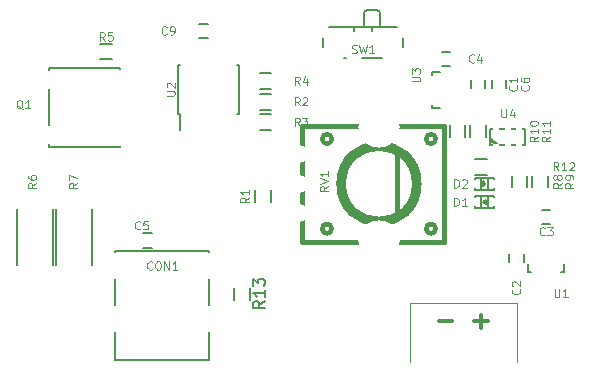
<source format=gbr>
G04 #@! TF.FileFunction,Legend,Top*
%FSLAX46Y46*%
G04 Gerber Fmt 4.6, Leading zero omitted, Abs format (unit mm)*
G04 Created by KiCad (PCBNEW 0.201511300701+6336~38~ubuntu14.04.1-stable) date Wed 02 Dec 2015 03:53:32 PM EET*
%MOMM*%
G01*
G04 APERTURE LIST*
%ADD10C,0.100000*%
%ADD11C,0.300000*%
%ADD12C,0.127000*%
%ADD13C,0.381000*%
%ADD14C,0.150000*%
%ADD15C,0.120000*%
%ADD16R,0.797560X0.797560*%
%ADD17R,1.524000X4.000000*%
%ADD18O,1.524000X4.000000*%
%ADD19O,2.000000X1.500000*%
%ADD20C,3.500000*%
%ADD21R,1.200000X0.750000*%
%ADD22R,1.800860X0.800100*%
%ADD23R,0.750000X1.200000*%
%ADD24R,0.800100X1.800860*%
%ADD25R,3.200400X1.600200*%
%ADD26R,7.000240X6.499860*%
%ADD27R,2.200000X2.200000*%
%ADD28C,1.500000*%
%ADD29R,1.200000X0.900000*%
%ADD30R,0.900000X1.200000*%
%ADD31R,0.600000X1.550000*%
%ADD32R,3.175000X1.600200*%
%ADD33C,0.900000*%
%ADD34R,0.700000X1.500000*%
%ADD35R,1.000000X0.800000*%
%ADD36R,0.599440X1.000760*%
G04 APERTURE END LIST*
D10*
D11*
X147178572Y-96857143D02*
X148321429Y-96857143D01*
X150178572Y-96857143D02*
X151321429Y-96857143D01*
X150750000Y-97428571D02*
X150750000Y-96285714D01*
D10*
X144750000Y-95250000D02*
X144750000Y-100250000D01*
X153750000Y-95250000D02*
X144750000Y-95250000D01*
X153750000Y-100250000D02*
X153750000Y-95250000D01*
D12*
X151299720Y-85700380D02*
X151299720Y-84699620D01*
X150700280Y-84699620D02*
X150700280Y-85700380D01*
X151000000Y-85299060D02*
X151000000Y-85100940D01*
X150900940Y-84999340D02*
X150900940Y-85400660D01*
X150900940Y-85400660D02*
X151099060Y-85200000D01*
X151099060Y-85200000D02*
X150900940Y-84999340D01*
X150199900Y-84699620D02*
X151800100Y-84699620D01*
X151800100Y-84699620D02*
X151800100Y-85700380D01*
X151800100Y-85700380D02*
X150199900Y-85700380D01*
X150199900Y-85700380D02*
X150199900Y-84699620D01*
D13*
X147600000Y-90100000D02*
X135600000Y-90100000D01*
X135600000Y-80300000D02*
X147600000Y-80300000D01*
X135600000Y-80300000D02*
X135600000Y-90100000D01*
X147600000Y-80300000D02*
X147600000Y-90100000D01*
X138100000Y-89000000D02*
G75*
G03X138100000Y-89000000I-400000J0D01*
G01*
X138100000Y-81400000D02*
G75*
G03X138100000Y-81400000I-400000J0D01*
G01*
X146900000Y-89000000D02*
G75*
G03X146900000Y-89000000I-400000J0D01*
G01*
X146900000Y-81400000D02*
G75*
G03X146900000Y-81400000I-400000J0D01*
G01*
X143601140Y-82599040D02*
X143601140Y-87800960D01*
X145099740Y-85200000D02*
G75*
G03X145099740Y-85200000I-2999740J0D01*
G01*
X145501060Y-85200000D02*
G75*
G03X145501060Y-85200000I-3401060J0D01*
G01*
D14*
X148123662Y-75212874D02*
X147423662Y-75212874D01*
X147423662Y-74012874D02*
X148123662Y-74012874D01*
X147300800Y-78749820D02*
X146599760Y-78749820D01*
X146599760Y-78749820D02*
X146599760Y-78500900D01*
X146599760Y-75950840D02*
X146599760Y-75750180D01*
X146599760Y-75750180D02*
X147300800Y-75750180D01*
X149900000Y-77100000D02*
X149900000Y-76400000D01*
X151100000Y-76400000D02*
X151100000Y-77100000D01*
X156600000Y-88600000D02*
X155900000Y-88600000D01*
X155900000Y-87400000D02*
X156600000Y-87400000D01*
X154350000Y-91150000D02*
X154350000Y-91850000D01*
X153150000Y-91850000D02*
X153150000Y-91150000D01*
X157749820Y-91949200D02*
X157749820Y-92650240D01*
X157749820Y-92650240D02*
X157500900Y-92650240D01*
X154950840Y-92650240D02*
X154750180Y-92650240D01*
X154750180Y-92650240D02*
X154750180Y-91949200D01*
D12*
X120182300Y-76044900D02*
X121376100Y-76044900D01*
X121376100Y-76044900D02*
X121376100Y-81455100D01*
X121376100Y-81455100D02*
X120169600Y-81455100D01*
X114175200Y-80477200D02*
X111266900Y-80477200D01*
X111266900Y-81620200D02*
X114175200Y-81620200D01*
X111266900Y-80477200D02*
X111266900Y-81620200D01*
X111266900Y-75879800D02*
X111266900Y-77022800D01*
X111266900Y-77022800D02*
X114175200Y-77022800D01*
X114175200Y-75879800D02*
X111266900Y-75879800D01*
X114175200Y-82102800D02*
X120169600Y-82102800D01*
X120169600Y-82102800D02*
X120169600Y-75397200D01*
X120169600Y-75397200D02*
X114175200Y-75397200D01*
X114175200Y-82102800D02*
X114175200Y-75397200D01*
D14*
X119750000Y-90850000D02*
X127750000Y-90850000D01*
X127750000Y-100150000D02*
X119750000Y-100150000D01*
X119750000Y-90850000D02*
X119750000Y-100150000D01*
X127750000Y-90850000D02*
X127750000Y-100150000D01*
D12*
X150750280Y-86249620D02*
X150750280Y-87250380D01*
X151349720Y-87250380D02*
X151349720Y-86249620D01*
X151050000Y-86650940D02*
X151050000Y-86849060D01*
X151149060Y-86950660D02*
X151149060Y-86549340D01*
X151149060Y-86549340D02*
X150950940Y-86750000D01*
X150950940Y-86750000D02*
X151149060Y-86950660D01*
X151850100Y-87250380D02*
X150249900Y-87250380D01*
X150249900Y-87250380D02*
X150249900Y-86249620D01*
X150249900Y-86249620D02*
X151850100Y-86249620D01*
X151850100Y-86249620D02*
X151850100Y-87250380D01*
D14*
X133000000Y-80675000D02*
X132000000Y-80675000D01*
X132000000Y-79325000D02*
X133000000Y-79325000D01*
X131575000Y-86750000D02*
X131575000Y-85750000D01*
X132925000Y-85750000D02*
X132925000Y-86750000D01*
X133000000Y-78925000D02*
X132000000Y-78925000D01*
X132000000Y-77575000D02*
X133000000Y-77575000D01*
X118500000Y-73325000D02*
X119500000Y-73325000D01*
X119500000Y-74675000D02*
X118500000Y-74675000D01*
X127600000Y-72850000D02*
X126900000Y-72850000D01*
X126900000Y-71650000D02*
X127600000Y-71650000D01*
X125075000Y-79275000D02*
X125220000Y-79275000D01*
X125075000Y-75125000D02*
X125220000Y-75125000D01*
X130225000Y-75125000D02*
X130080000Y-75125000D01*
X130225000Y-79275000D02*
X130080000Y-79275000D01*
X125075000Y-79275000D02*
X125075000Y-75125000D01*
X130225000Y-79275000D02*
X130225000Y-75125000D01*
X125220000Y-79275000D02*
X125220000Y-80675000D01*
X122150000Y-89400000D02*
X122850000Y-89400000D01*
X122850000Y-90600000D02*
X122150000Y-90600000D01*
D12*
X114726000Y-87083000D02*
X117774000Y-87083000D01*
X114726000Y-92417000D02*
X117774000Y-92417000D01*
X114726000Y-92925000D02*
X117774000Y-92925000D01*
X117774000Y-92925000D02*
X117774000Y-86575000D01*
X117774000Y-86575000D02*
X114726000Y-86575000D01*
X114726000Y-86575000D02*
X114726000Y-92925000D01*
X111476000Y-87083000D02*
X114524000Y-87083000D01*
X111476000Y-92417000D02*
X114524000Y-92417000D01*
X111476000Y-92925000D02*
X114524000Y-92925000D01*
X114524000Y-92925000D02*
X114524000Y-86575000D01*
X114524000Y-86575000D02*
X111476000Y-86575000D01*
X111476000Y-86575000D02*
X111476000Y-92925000D01*
D14*
X133000000Y-77175000D02*
X132000000Y-77175000D01*
X132000000Y-75825000D02*
X133000000Y-75825000D01*
X154675000Y-84500000D02*
X154675000Y-85500000D01*
X153325000Y-85500000D02*
X153325000Y-84500000D01*
X155075000Y-85500000D02*
X155075000Y-84500000D01*
X156425000Y-84500000D02*
X156425000Y-85500000D01*
X149425000Y-80250000D02*
X149425000Y-81250000D01*
X148075000Y-81250000D02*
X148075000Y-80250000D01*
X149825000Y-81250000D02*
X149825000Y-80250000D01*
X151175000Y-80250000D02*
X151175000Y-81250000D01*
X150250000Y-83075000D02*
X151250000Y-83075000D01*
X151250000Y-84425000D02*
X150250000Y-84425000D01*
X140000000Y-72250000D02*
X140000000Y-71950000D01*
X141500000Y-72250000D02*
X141500000Y-71950000D01*
X139350000Y-74550000D02*
X139150000Y-74550000D01*
X142150000Y-70650000D02*
X141950000Y-70450000D01*
X140850000Y-70650000D02*
X141050000Y-70450000D01*
X142150000Y-71950000D02*
X142150000Y-70650000D01*
X141950000Y-70450000D02*
X141050000Y-70450000D01*
X140850000Y-70650000D02*
X140850000Y-71950000D01*
X143600000Y-71950000D02*
X137900000Y-71950000D01*
X142350000Y-74550000D02*
X140650000Y-74550000D01*
X144100000Y-73650000D02*
X144100000Y-72850000D01*
X137400000Y-72850000D02*
X137400000Y-73650000D01*
D12*
X152149100Y-81948500D02*
X151501400Y-81300800D01*
X151996700Y-81948500D02*
X151501400Y-81453200D01*
X153000000Y-80551500D02*
X153000000Y-79891100D01*
X153952500Y-80551500D02*
X153952500Y-79891100D01*
X152047500Y-80551500D02*
X152047500Y-79891100D01*
X153000000Y-81948500D02*
X153000000Y-82608900D01*
X153952500Y-81948500D02*
X153952500Y-82608900D01*
X152047500Y-81948500D02*
X152047500Y-82608900D01*
X151501400Y-80551500D02*
X154498600Y-80551500D01*
X154498600Y-80551500D02*
X154498600Y-81948500D01*
X154498600Y-81948500D02*
X151501400Y-81948500D01*
X151501400Y-81948500D02*
X151501400Y-80551500D01*
D14*
X151650000Y-77100000D02*
X151650000Y-76400000D01*
X152850000Y-76400000D02*
X152850000Y-77100000D01*
X131175000Y-94000000D02*
X131175000Y-95000000D01*
X129825000Y-95000000D02*
X129825000Y-94000000D01*
D15*
X148483334Y-85516667D02*
X148483334Y-84816667D01*
X148650000Y-84816667D01*
X148750000Y-84850000D01*
X148816667Y-84916667D01*
X148850000Y-84983333D01*
X148883334Y-85116667D01*
X148883334Y-85216667D01*
X148850000Y-85350000D01*
X148816667Y-85416667D01*
X148750000Y-85483333D01*
X148650000Y-85516667D01*
X148483334Y-85516667D01*
X149150000Y-84883333D02*
X149183334Y-84850000D01*
X149250000Y-84816667D01*
X149416667Y-84816667D01*
X149483334Y-84850000D01*
X149516667Y-84883333D01*
X149550000Y-84950000D01*
X149550000Y-85016667D01*
X149516667Y-85116667D01*
X149116667Y-85516667D01*
X149550000Y-85516667D01*
X137816667Y-85416666D02*
X137483333Y-85650000D01*
X137816667Y-85816666D02*
X137116667Y-85816666D01*
X137116667Y-85550000D01*
X137150000Y-85483333D01*
X137183333Y-85450000D01*
X137250000Y-85416666D01*
X137350000Y-85416666D01*
X137416667Y-85450000D01*
X137450000Y-85483333D01*
X137483333Y-85550000D01*
X137483333Y-85816666D01*
X137116667Y-85216666D02*
X137816667Y-84983333D01*
X137116667Y-84750000D01*
X137816667Y-84150000D02*
X137816667Y-84550000D01*
X137816667Y-84350000D02*
X137116667Y-84350000D01*
X137216667Y-84416666D01*
X137283333Y-84483333D01*
X137316667Y-84550000D01*
X150156996Y-74862874D02*
X150123662Y-74896207D01*
X150023662Y-74929541D01*
X149956996Y-74929541D01*
X149856996Y-74896207D01*
X149790329Y-74829541D01*
X149756996Y-74762874D01*
X149723662Y-74629541D01*
X149723662Y-74529541D01*
X149756996Y-74396207D01*
X149790329Y-74329541D01*
X149856996Y-74262874D01*
X149956996Y-74229541D01*
X150023662Y-74229541D01*
X150123662Y-74262874D01*
X150156996Y-74296207D01*
X150756996Y-74462874D02*
X150756996Y-74929541D01*
X150590329Y-74196207D02*
X150423662Y-74696207D01*
X150856996Y-74696207D01*
X144866667Y-76533333D02*
X145433333Y-76533333D01*
X145500000Y-76500000D01*
X145533333Y-76466667D01*
X145566667Y-76400000D01*
X145566667Y-76266667D01*
X145533333Y-76200000D01*
X145500000Y-76166667D01*
X145433333Y-76133333D01*
X144866667Y-76133333D01*
X144866667Y-75866667D02*
X144866667Y-75433334D01*
X145133333Y-75666667D01*
X145133333Y-75566667D01*
X145166667Y-75500000D01*
X145200000Y-75466667D01*
X145266667Y-75433334D01*
X145433333Y-75433334D01*
X145500000Y-75466667D01*
X145533333Y-75500000D01*
X145566667Y-75566667D01*
X145566667Y-75766667D01*
X145533333Y-75833334D01*
X145500000Y-75866667D01*
X153750000Y-76866666D02*
X153783333Y-76900000D01*
X153816667Y-77000000D01*
X153816667Y-77066666D01*
X153783333Y-77166666D01*
X153716667Y-77233333D01*
X153650000Y-77266666D01*
X153516667Y-77300000D01*
X153416667Y-77300000D01*
X153283333Y-77266666D01*
X153216667Y-77233333D01*
X153150000Y-77166666D01*
X153116667Y-77066666D01*
X153116667Y-77000000D01*
X153150000Y-76900000D01*
X153183333Y-76866666D01*
X153816667Y-76200000D02*
X153816667Y-76600000D01*
X153816667Y-76400000D02*
X153116667Y-76400000D01*
X153216667Y-76466666D01*
X153283333Y-76533333D01*
X153316667Y-76600000D01*
X156133334Y-89500000D02*
X156100000Y-89533333D01*
X156000000Y-89566667D01*
X155933334Y-89566667D01*
X155833334Y-89533333D01*
X155766667Y-89466667D01*
X155733334Y-89400000D01*
X155700000Y-89266667D01*
X155700000Y-89166667D01*
X155733334Y-89033333D01*
X155766667Y-88966667D01*
X155833334Y-88900000D01*
X155933334Y-88866667D01*
X156000000Y-88866667D01*
X156100000Y-88900000D01*
X156133334Y-88933333D01*
X156366667Y-88866667D02*
X156800000Y-88866667D01*
X156566667Y-89133333D01*
X156666667Y-89133333D01*
X156733334Y-89166667D01*
X156766667Y-89200000D01*
X156800000Y-89266667D01*
X156800000Y-89433333D01*
X156766667Y-89500000D01*
X156733334Y-89533333D01*
X156666667Y-89566667D01*
X156466667Y-89566667D01*
X156400000Y-89533333D01*
X156366667Y-89500000D01*
X154000000Y-94116666D02*
X154033333Y-94150000D01*
X154066667Y-94250000D01*
X154066667Y-94316666D01*
X154033333Y-94416666D01*
X153966667Y-94483333D01*
X153900000Y-94516666D01*
X153766667Y-94550000D01*
X153666667Y-94550000D01*
X153533333Y-94516666D01*
X153466667Y-94483333D01*
X153400000Y-94416666D01*
X153366667Y-94316666D01*
X153366667Y-94250000D01*
X153400000Y-94150000D01*
X153433333Y-94116666D01*
X153433333Y-93850000D02*
X153400000Y-93816666D01*
X153366667Y-93750000D01*
X153366667Y-93583333D01*
X153400000Y-93516666D01*
X153433333Y-93483333D01*
X153500000Y-93450000D01*
X153566667Y-93450000D01*
X153666667Y-93483333D01*
X154066667Y-93883333D01*
X154066667Y-93450000D01*
X156966667Y-94116667D02*
X156966667Y-94683333D01*
X157000000Y-94750000D01*
X157033333Y-94783333D01*
X157100000Y-94816667D01*
X157233333Y-94816667D01*
X157300000Y-94783333D01*
X157333333Y-94750000D01*
X157366667Y-94683333D01*
X157366667Y-94116667D01*
X158066666Y-94816667D02*
X157666666Y-94816667D01*
X157866666Y-94816667D02*
X157866666Y-94116667D01*
X157800000Y-94216667D01*
X157733333Y-94283333D01*
X157666666Y-94316667D01*
X111933333Y-78883333D02*
X111866667Y-78850000D01*
X111800000Y-78783333D01*
X111700000Y-78683333D01*
X111633333Y-78650000D01*
X111566667Y-78650000D01*
X111600000Y-78816667D02*
X111533333Y-78783333D01*
X111466667Y-78716667D01*
X111433333Y-78583333D01*
X111433333Y-78350000D01*
X111466667Y-78216667D01*
X111533333Y-78150000D01*
X111600000Y-78116667D01*
X111733333Y-78116667D01*
X111800000Y-78150000D01*
X111866667Y-78216667D01*
X111900000Y-78350000D01*
X111900000Y-78583333D01*
X111866667Y-78716667D01*
X111800000Y-78783333D01*
X111733333Y-78816667D01*
X111600000Y-78816667D01*
X112566666Y-78816667D02*
X112166666Y-78816667D01*
X112366666Y-78816667D02*
X112366666Y-78116667D01*
X112300000Y-78216667D01*
X112233333Y-78283333D01*
X112166666Y-78316667D01*
X122900001Y-92400000D02*
X122866667Y-92433333D01*
X122766667Y-92466667D01*
X122700001Y-92466667D01*
X122600001Y-92433333D01*
X122533334Y-92366667D01*
X122500001Y-92300000D01*
X122466667Y-92166667D01*
X122466667Y-92066667D01*
X122500001Y-91933333D01*
X122533334Y-91866667D01*
X122600001Y-91800000D01*
X122700001Y-91766667D01*
X122766667Y-91766667D01*
X122866667Y-91800000D01*
X122900001Y-91833333D01*
X123333334Y-91766667D02*
X123466667Y-91766667D01*
X123533334Y-91800000D01*
X123600001Y-91866667D01*
X123633334Y-92000000D01*
X123633334Y-92233333D01*
X123600001Y-92366667D01*
X123533334Y-92433333D01*
X123466667Y-92466667D01*
X123333334Y-92466667D01*
X123266667Y-92433333D01*
X123200001Y-92366667D01*
X123166667Y-92233333D01*
X123166667Y-92000000D01*
X123200001Y-91866667D01*
X123266667Y-91800000D01*
X123333334Y-91766667D01*
X123933334Y-92466667D02*
X123933334Y-91766667D01*
X124333334Y-92466667D01*
X124333334Y-91766667D01*
X125033333Y-92466667D02*
X124633333Y-92466667D01*
X124833333Y-92466667D02*
X124833333Y-91766667D01*
X124766667Y-91866667D01*
X124700000Y-91933333D01*
X124633333Y-91966667D01*
X148483334Y-87066667D02*
X148483334Y-86366667D01*
X148650000Y-86366667D01*
X148750000Y-86400000D01*
X148816667Y-86466667D01*
X148850000Y-86533333D01*
X148883334Y-86666667D01*
X148883334Y-86766667D01*
X148850000Y-86900000D01*
X148816667Y-86966667D01*
X148750000Y-87033333D01*
X148650000Y-87066667D01*
X148483334Y-87066667D01*
X149550000Y-87066667D02*
X149150000Y-87066667D01*
X149350000Y-87066667D02*
X149350000Y-86366667D01*
X149283334Y-86466667D01*
X149216667Y-86533333D01*
X149150000Y-86566667D01*
X135383334Y-80316667D02*
X135150000Y-79983333D01*
X134983334Y-80316667D02*
X134983334Y-79616667D01*
X135250000Y-79616667D01*
X135316667Y-79650000D01*
X135350000Y-79683333D01*
X135383334Y-79750000D01*
X135383334Y-79850000D01*
X135350000Y-79916667D01*
X135316667Y-79950000D01*
X135250000Y-79983333D01*
X134983334Y-79983333D01*
X135616667Y-79616667D02*
X136050000Y-79616667D01*
X135816667Y-79883333D01*
X135916667Y-79883333D01*
X135983334Y-79916667D01*
X136016667Y-79950000D01*
X136050000Y-80016667D01*
X136050000Y-80183333D01*
X136016667Y-80250000D01*
X135983334Y-80283333D01*
X135916667Y-80316667D01*
X135716667Y-80316667D01*
X135650000Y-80283333D01*
X135616667Y-80250000D01*
X131066667Y-86366666D02*
X130733333Y-86600000D01*
X131066667Y-86766666D02*
X130366667Y-86766666D01*
X130366667Y-86500000D01*
X130400000Y-86433333D01*
X130433333Y-86400000D01*
X130500000Y-86366666D01*
X130600000Y-86366666D01*
X130666667Y-86400000D01*
X130700000Y-86433333D01*
X130733333Y-86500000D01*
X130733333Y-86766666D01*
X131066667Y-85700000D02*
X131066667Y-86100000D01*
X131066667Y-85900000D02*
X130366667Y-85900000D01*
X130466667Y-85966666D01*
X130533333Y-86033333D01*
X130566667Y-86100000D01*
X135383334Y-78566667D02*
X135150000Y-78233333D01*
X134983334Y-78566667D02*
X134983334Y-77866667D01*
X135250000Y-77866667D01*
X135316667Y-77900000D01*
X135350000Y-77933333D01*
X135383334Y-78000000D01*
X135383334Y-78100000D01*
X135350000Y-78166667D01*
X135316667Y-78200000D01*
X135250000Y-78233333D01*
X134983334Y-78233333D01*
X135650000Y-77933333D02*
X135683334Y-77900000D01*
X135750000Y-77866667D01*
X135916667Y-77866667D01*
X135983334Y-77900000D01*
X136016667Y-77933333D01*
X136050000Y-78000000D01*
X136050000Y-78066667D01*
X136016667Y-78166667D01*
X135616667Y-78566667D01*
X136050000Y-78566667D01*
X118883334Y-73066667D02*
X118650000Y-72733333D01*
X118483334Y-73066667D02*
X118483334Y-72366667D01*
X118750000Y-72366667D01*
X118816667Y-72400000D01*
X118850000Y-72433333D01*
X118883334Y-72500000D01*
X118883334Y-72600000D01*
X118850000Y-72666667D01*
X118816667Y-72700000D01*
X118750000Y-72733333D01*
X118483334Y-72733333D01*
X119516667Y-72366667D02*
X119183334Y-72366667D01*
X119150000Y-72700000D01*
X119183334Y-72666667D01*
X119250000Y-72633333D01*
X119416667Y-72633333D01*
X119483334Y-72666667D01*
X119516667Y-72700000D01*
X119550000Y-72766667D01*
X119550000Y-72933333D01*
X119516667Y-73000000D01*
X119483334Y-73033333D01*
X119416667Y-73066667D01*
X119250000Y-73066667D01*
X119183334Y-73033333D01*
X119150000Y-73000000D01*
X124133334Y-72500000D02*
X124100000Y-72533333D01*
X124000000Y-72566667D01*
X123933334Y-72566667D01*
X123833334Y-72533333D01*
X123766667Y-72466667D01*
X123733334Y-72400000D01*
X123700000Y-72266667D01*
X123700000Y-72166667D01*
X123733334Y-72033333D01*
X123766667Y-71966667D01*
X123833334Y-71900000D01*
X123933334Y-71866667D01*
X124000000Y-71866667D01*
X124100000Y-71900000D01*
X124133334Y-71933333D01*
X124466667Y-72566667D02*
X124600000Y-72566667D01*
X124666667Y-72533333D01*
X124700000Y-72500000D01*
X124766667Y-72400000D01*
X124800000Y-72266667D01*
X124800000Y-72000000D01*
X124766667Y-71933333D01*
X124733334Y-71900000D01*
X124666667Y-71866667D01*
X124533334Y-71866667D01*
X124466667Y-71900000D01*
X124433334Y-71933333D01*
X124400000Y-72000000D01*
X124400000Y-72166667D01*
X124433334Y-72233333D01*
X124466667Y-72266667D01*
X124533334Y-72300000D01*
X124666667Y-72300000D01*
X124733334Y-72266667D01*
X124766667Y-72233333D01*
X124800000Y-72166667D01*
X124116667Y-77733333D02*
X124683333Y-77733333D01*
X124750000Y-77700000D01*
X124783333Y-77666667D01*
X124816667Y-77600000D01*
X124816667Y-77466667D01*
X124783333Y-77400000D01*
X124750000Y-77366667D01*
X124683333Y-77333333D01*
X124116667Y-77333333D01*
X124183333Y-77033334D02*
X124150000Y-77000000D01*
X124116667Y-76933334D01*
X124116667Y-76766667D01*
X124150000Y-76700000D01*
X124183333Y-76666667D01*
X124250000Y-76633334D01*
X124316667Y-76633334D01*
X124416667Y-76666667D01*
X124816667Y-77066667D01*
X124816667Y-76633334D01*
X121883334Y-89000000D02*
X121850000Y-89033333D01*
X121750000Y-89066667D01*
X121683334Y-89066667D01*
X121583334Y-89033333D01*
X121516667Y-88966667D01*
X121483334Y-88900000D01*
X121450000Y-88766667D01*
X121450000Y-88666667D01*
X121483334Y-88533333D01*
X121516667Y-88466667D01*
X121583334Y-88400000D01*
X121683334Y-88366667D01*
X121750000Y-88366667D01*
X121850000Y-88400000D01*
X121883334Y-88433333D01*
X122516667Y-88366667D02*
X122183334Y-88366667D01*
X122150000Y-88700000D01*
X122183334Y-88666667D01*
X122250000Y-88633333D01*
X122416667Y-88633333D01*
X122483334Y-88666667D01*
X122516667Y-88700000D01*
X122550000Y-88766667D01*
X122550000Y-88933333D01*
X122516667Y-89000000D01*
X122483334Y-89033333D01*
X122416667Y-89066667D01*
X122250000Y-89066667D01*
X122183334Y-89033333D01*
X122150000Y-89000000D01*
X116566667Y-85116666D02*
X116233333Y-85350000D01*
X116566667Y-85516666D02*
X115866667Y-85516666D01*
X115866667Y-85250000D01*
X115900000Y-85183333D01*
X115933333Y-85150000D01*
X116000000Y-85116666D01*
X116100000Y-85116666D01*
X116166667Y-85150000D01*
X116200000Y-85183333D01*
X116233333Y-85250000D01*
X116233333Y-85516666D01*
X115866667Y-84883333D02*
X115866667Y-84416666D01*
X116566667Y-84716666D01*
X113066667Y-85116666D02*
X112733333Y-85350000D01*
X113066667Y-85516666D02*
X112366667Y-85516666D01*
X112366667Y-85250000D01*
X112400000Y-85183333D01*
X112433333Y-85150000D01*
X112500000Y-85116666D01*
X112600000Y-85116666D01*
X112666667Y-85150000D01*
X112700000Y-85183333D01*
X112733333Y-85250000D01*
X112733333Y-85516666D01*
X112366667Y-84516666D02*
X112366667Y-84650000D01*
X112400000Y-84716666D01*
X112433333Y-84750000D01*
X112533333Y-84816666D01*
X112666667Y-84850000D01*
X112933333Y-84850000D01*
X113000000Y-84816666D01*
X113033333Y-84783333D01*
X113066667Y-84716666D01*
X113066667Y-84583333D01*
X113033333Y-84516666D01*
X113000000Y-84483333D01*
X112933333Y-84450000D01*
X112766667Y-84450000D01*
X112700000Y-84483333D01*
X112666667Y-84516666D01*
X112633333Y-84583333D01*
X112633333Y-84716666D01*
X112666667Y-84783333D01*
X112700000Y-84816666D01*
X112766667Y-84850000D01*
X135383334Y-76816667D02*
X135150000Y-76483333D01*
X134983334Y-76816667D02*
X134983334Y-76116667D01*
X135250000Y-76116667D01*
X135316667Y-76150000D01*
X135350000Y-76183333D01*
X135383334Y-76250000D01*
X135383334Y-76350000D01*
X135350000Y-76416667D01*
X135316667Y-76450000D01*
X135250000Y-76483333D01*
X134983334Y-76483333D01*
X135983334Y-76350000D02*
X135983334Y-76816667D01*
X135816667Y-76083333D02*
X135650000Y-76583333D01*
X136083334Y-76583333D01*
X157566667Y-85116666D02*
X157233333Y-85350000D01*
X157566667Y-85516666D02*
X156866667Y-85516666D01*
X156866667Y-85250000D01*
X156900000Y-85183333D01*
X156933333Y-85150000D01*
X157000000Y-85116666D01*
X157100000Y-85116666D01*
X157166667Y-85150000D01*
X157200000Y-85183333D01*
X157233333Y-85250000D01*
X157233333Y-85516666D01*
X157166667Y-84716666D02*
X157133333Y-84783333D01*
X157100000Y-84816666D01*
X157033333Y-84850000D01*
X157000000Y-84850000D01*
X156933333Y-84816666D01*
X156900000Y-84783333D01*
X156866667Y-84716666D01*
X156866667Y-84583333D01*
X156900000Y-84516666D01*
X156933333Y-84483333D01*
X157000000Y-84450000D01*
X157033333Y-84450000D01*
X157100000Y-84483333D01*
X157133333Y-84516666D01*
X157166667Y-84583333D01*
X157166667Y-84716666D01*
X157200000Y-84783333D01*
X157233333Y-84816666D01*
X157300000Y-84850000D01*
X157433333Y-84850000D01*
X157500000Y-84816666D01*
X157533333Y-84783333D01*
X157566667Y-84716666D01*
X157566667Y-84583333D01*
X157533333Y-84516666D01*
X157500000Y-84483333D01*
X157433333Y-84450000D01*
X157300000Y-84450000D01*
X157233333Y-84483333D01*
X157200000Y-84516666D01*
X157166667Y-84583333D01*
X158566667Y-85116666D02*
X158233333Y-85350000D01*
X158566667Y-85516666D02*
X157866667Y-85516666D01*
X157866667Y-85250000D01*
X157900000Y-85183333D01*
X157933333Y-85150000D01*
X158000000Y-85116666D01*
X158100000Y-85116666D01*
X158166667Y-85150000D01*
X158200000Y-85183333D01*
X158233333Y-85250000D01*
X158233333Y-85516666D01*
X158566667Y-84783333D02*
X158566667Y-84650000D01*
X158533333Y-84583333D01*
X158500000Y-84550000D01*
X158400000Y-84483333D01*
X158266667Y-84450000D01*
X158000000Y-84450000D01*
X157933333Y-84483333D01*
X157900000Y-84516666D01*
X157866667Y-84583333D01*
X157866667Y-84716666D01*
X157900000Y-84783333D01*
X157933333Y-84816666D01*
X158000000Y-84850000D01*
X158166667Y-84850000D01*
X158233333Y-84816666D01*
X158266667Y-84783333D01*
X158300000Y-84716666D01*
X158300000Y-84583333D01*
X158266667Y-84516666D01*
X158233333Y-84483333D01*
X158166667Y-84450000D01*
X155566667Y-81200000D02*
X155233333Y-81433334D01*
X155566667Y-81600000D02*
X154866667Y-81600000D01*
X154866667Y-81333334D01*
X154900000Y-81266667D01*
X154933333Y-81233334D01*
X155000000Y-81200000D01*
X155100000Y-81200000D01*
X155166667Y-81233334D01*
X155200000Y-81266667D01*
X155233333Y-81333334D01*
X155233333Y-81600000D01*
X155566667Y-80533334D02*
X155566667Y-80933334D01*
X155566667Y-80733334D02*
X154866667Y-80733334D01*
X154966667Y-80800000D01*
X155033333Y-80866667D01*
X155066667Y-80933334D01*
X154866667Y-80100000D02*
X154866667Y-80033333D01*
X154900000Y-79966667D01*
X154933333Y-79933333D01*
X155000000Y-79900000D01*
X155133333Y-79866667D01*
X155300000Y-79866667D01*
X155433333Y-79900000D01*
X155500000Y-79933333D01*
X155533333Y-79966667D01*
X155566667Y-80033333D01*
X155566667Y-80100000D01*
X155533333Y-80166667D01*
X155500000Y-80200000D01*
X155433333Y-80233333D01*
X155300000Y-80266667D01*
X155133333Y-80266667D01*
X155000000Y-80233333D01*
X154933333Y-80200000D01*
X154900000Y-80166667D01*
X154866667Y-80100000D01*
X156566667Y-81200000D02*
X156233333Y-81433334D01*
X156566667Y-81600000D02*
X155866667Y-81600000D01*
X155866667Y-81333334D01*
X155900000Y-81266667D01*
X155933333Y-81233334D01*
X156000000Y-81200000D01*
X156100000Y-81200000D01*
X156166667Y-81233334D01*
X156200000Y-81266667D01*
X156233333Y-81333334D01*
X156233333Y-81600000D01*
X156566667Y-80533334D02*
X156566667Y-80933334D01*
X156566667Y-80733334D02*
X155866667Y-80733334D01*
X155966667Y-80800000D01*
X156033333Y-80866667D01*
X156066667Y-80933334D01*
X156566667Y-79866667D02*
X156566667Y-80266667D01*
X156566667Y-80066667D02*
X155866667Y-80066667D01*
X155966667Y-80133333D01*
X156033333Y-80200000D01*
X156066667Y-80266667D01*
X157300000Y-84066667D02*
X157066666Y-83733333D01*
X156900000Y-84066667D02*
X156900000Y-83366667D01*
X157166666Y-83366667D01*
X157233333Y-83400000D01*
X157266666Y-83433333D01*
X157300000Y-83500000D01*
X157300000Y-83600000D01*
X157266666Y-83666667D01*
X157233333Y-83700000D01*
X157166666Y-83733333D01*
X156900000Y-83733333D01*
X157966666Y-84066667D02*
X157566666Y-84066667D01*
X157766666Y-84066667D02*
X157766666Y-83366667D01*
X157700000Y-83466667D01*
X157633333Y-83533333D01*
X157566666Y-83566667D01*
X158233333Y-83433333D02*
X158266667Y-83400000D01*
X158333333Y-83366667D01*
X158500000Y-83366667D01*
X158566667Y-83400000D01*
X158600000Y-83433333D01*
X158633333Y-83500000D01*
X158633333Y-83566667D01*
X158600000Y-83666667D01*
X158200000Y-84066667D01*
X158633333Y-84066667D01*
X139816666Y-74108333D02*
X139916666Y-74141667D01*
X140083333Y-74141667D01*
X140150000Y-74108333D01*
X140183333Y-74075000D01*
X140216666Y-74008333D01*
X140216666Y-73941667D01*
X140183333Y-73875000D01*
X140150000Y-73841667D01*
X140083333Y-73808333D01*
X139950000Y-73775000D01*
X139883333Y-73741667D01*
X139850000Y-73708333D01*
X139816666Y-73641667D01*
X139816666Y-73575000D01*
X139850000Y-73508333D01*
X139883333Y-73475000D01*
X139950000Y-73441667D01*
X140116666Y-73441667D01*
X140216666Y-73475000D01*
X140450000Y-73441667D02*
X140616667Y-74141667D01*
X140750000Y-73641667D01*
X140883333Y-74141667D01*
X141050000Y-73441667D01*
X141683333Y-74141667D02*
X141283333Y-74141667D01*
X141483333Y-74141667D02*
X141483333Y-73441667D01*
X141416667Y-73541667D01*
X141350000Y-73608333D01*
X141283333Y-73641667D01*
X152466667Y-78885467D02*
X152466667Y-79452133D01*
X152500000Y-79518800D01*
X152533333Y-79552133D01*
X152600000Y-79585467D01*
X152733333Y-79585467D01*
X152800000Y-79552133D01*
X152833333Y-79518800D01*
X152866667Y-79452133D01*
X152866667Y-78885467D01*
X153500000Y-79118800D02*
X153500000Y-79585467D01*
X153333333Y-78852133D02*
X153166666Y-79352133D01*
X153600000Y-79352133D01*
X154750000Y-76866666D02*
X154783333Y-76900000D01*
X154816667Y-77000000D01*
X154816667Y-77066666D01*
X154783333Y-77166666D01*
X154716667Y-77233333D01*
X154650000Y-77266666D01*
X154516667Y-77300000D01*
X154416667Y-77300000D01*
X154283333Y-77266666D01*
X154216667Y-77233333D01*
X154150000Y-77166666D01*
X154116667Y-77066666D01*
X154116667Y-77000000D01*
X154150000Y-76900000D01*
X154183333Y-76866666D01*
X154116667Y-76266666D02*
X154116667Y-76400000D01*
X154150000Y-76466666D01*
X154183333Y-76500000D01*
X154283333Y-76566666D01*
X154416667Y-76600000D01*
X154683333Y-76600000D01*
X154750000Y-76566666D01*
X154783333Y-76533333D01*
X154816667Y-76466666D01*
X154816667Y-76333333D01*
X154783333Y-76266666D01*
X154750000Y-76233333D01*
X154683333Y-76200000D01*
X154516667Y-76200000D01*
X154450000Y-76233333D01*
X154416667Y-76266666D01*
X154383333Y-76333333D01*
X154383333Y-76466666D01*
X154416667Y-76533333D01*
X154450000Y-76566666D01*
X154516667Y-76600000D01*
D14*
X132452381Y-95142857D02*
X131976190Y-95476191D01*
X132452381Y-95714286D02*
X131452381Y-95714286D01*
X131452381Y-95333333D01*
X131500000Y-95238095D01*
X131547619Y-95190476D01*
X131642857Y-95142857D01*
X131785714Y-95142857D01*
X131880952Y-95190476D01*
X131928571Y-95238095D01*
X131976190Y-95333333D01*
X131976190Y-95714286D01*
X132452381Y-94190476D02*
X132452381Y-94761905D01*
X132452381Y-94476191D02*
X131452381Y-94476191D01*
X131595238Y-94571429D01*
X131690476Y-94666667D01*
X131738095Y-94761905D01*
X131452381Y-93857143D02*
X131452381Y-93238095D01*
X131833333Y-93571429D01*
X131833333Y-93428571D01*
X131880952Y-93333333D01*
X131928571Y-93285714D01*
X132023810Y-93238095D01*
X132261905Y-93238095D01*
X132357143Y-93285714D01*
X132404762Y-93333333D01*
X132452381Y-93428571D01*
X132452381Y-93714286D01*
X132404762Y-93809524D01*
X132357143Y-93857143D01*
%LPC*%
D16*
X150250700Y-85200000D03*
X151749300Y-85200000D03*
D17*
X150520000Y-93000000D03*
D18*
X147980000Y-93000000D03*
D19*
X135100000Y-82700000D03*
X135100000Y-85200000D03*
X135100000Y-87700000D03*
D20*
X142100000Y-80400000D03*
X142100000Y-90000000D03*
D21*
X148723662Y-74612874D03*
X146823662Y-74612874D03*
D22*
X148751140Y-78200000D03*
X148751140Y-76300000D03*
X145748860Y-77250000D03*
D23*
X150500000Y-77700000D03*
X150500000Y-75800000D03*
D21*
X157200000Y-88000000D03*
X155300000Y-88000000D03*
D23*
X153750000Y-90550000D03*
X153750000Y-92450000D03*
D24*
X157200000Y-90498860D03*
X155300000Y-90498860D03*
X156250000Y-93501140D03*
D25*
X112625800Y-76448760D03*
X112625800Y-81051240D03*
D26*
X118874200Y-78750000D03*
D27*
X128050000Y-96650000D03*
X128050000Y-92150000D03*
X119450000Y-92150000D03*
X119450000Y-96650000D03*
D28*
X123750000Y-98650000D03*
X123750000Y-93650000D03*
D16*
X151799300Y-86750000D03*
X150300700Y-86750000D03*
D29*
X131400000Y-80000000D03*
X133600000Y-80000000D03*
D30*
X132250000Y-85150000D03*
X132250000Y-87350000D03*
D29*
X131400000Y-78250000D03*
X133600000Y-78250000D03*
X120100000Y-74000000D03*
X117900000Y-74000000D03*
D21*
X128200000Y-72250000D03*
X126300000Y-72250000D03*
D31*
X125745000Y-79900000D03*
X127015000Y-79900000D03*
X128285000Y-79900000D03*
X129555000Y-79900000D03*
X129555000Y-74500000D03*
X128285000Y-74500000D03*
X127015000Y-74500000D03*
X125745000Y-74500000D03*
D21*
X121550000Y-90000000D03*
X123450000Y-90000000D03*
D32*
X116250000Y-86562300D03*
X116250000Y-92937700D03*
X113000000Y-86562300D03*
X113000000Y-92937700D03*
D29*
X131400000Y-76500000D03*
X133600000Y-76500000D03*
D30*
X154000000Y-86100000D03*
X154000000Y-83900000D03*
X155750000Y-83900000D03*
X155750000Y-86100000D03*
X148750000Y-81850000D03*
X148750000Y-79650000D03*
X150500000Y-79650000D03*
X150500000Y-81850000D03*
D29*
X151850000Y-83750000D03*
X149650000Y-83750000D03*
D33*
X142250000Y-73250000D03*
X139250000Y-73250000D03*
D34*
X143000000Y-75000000D03*
X140000000Y-75000000D03*
X138500000Y-75000000D03*
D35*
X144400000Y-72150000D03*
X137100000Y-72150000D03*
X137100000Y-74350000D03*
X144400000Y-74350000D03*
D36*
X152047500Y-82306640D03*
X153952500Y-82306640D03*
X153000000Y-82306640D03*
X153952500Y-80193360D03*
X152047500Y-80193360D03*
X153000000Y-80193360D03*
D23*
X152250000Y-77700000D03*
X152250000Y-75800000D03*
D30*
X130500000Y-95600000D03*
X130500000Y-93400000D03*
M02*

</source>
